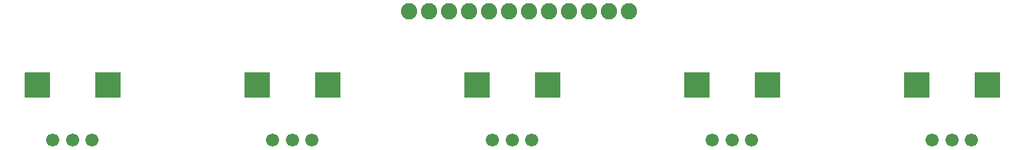
<source format=gbs>
G04 #@! TF.GenerationSoftware,KiCad,Pcbnew,6.0.5-a6ca702e91~116~ubuntu22.04.1*
G04 #@! TF.CreationDate,2022-06-23T14:32:34-07:00*
G04 #@! TF.ProjectId,slim_deej,736c696d-5f64-4656-956a-2e6b69636164,v0.0*
G04 #@! TF.SameCoordinates,Original*
G04 #@! TF.FileFunction,Soldermask,Bot*
G04 #@! TF.FilePolarity,Negative*
%FSLAX46Y46*%
G04 Gerber Fmt 4.6, Leading zero omitted, Abs format (unit mm)*
G04 Created by KiCad (PCBNEW 6.0.5-a6ca702e91~116~ubuntu22.04.1) date 2022-06-23 14:32:34*
%MOMM*%
%LPD*%
G01*
G04 APERTURE LIST*
%ADD10C,2.082800*%
%ADD11C,1.676400*%
%ADD12R,3.216000X3.216000*%
G04 APERTURE END LIST*
D10*
X164058600Y-84378800D03*
X161518600Y-84378800D03*
X158978600Y-84378800D03*
X156438600Y-84378800D03*
X153898600Y-84378800D03*
X151358600Y-84378800D03*
X148818600Y-84378800D03*
X146278600Y-84378800D03*
X143738600Y-84378800D03*
X141198600Y-84378800D03*
X138658600Y-84378800D03*
X136118600Y-84378800D03*
D11*
X179639600Y-100776800D03*
X177139600Y-100776800D03*
X174639600Y-100776800D03*
D12*
X181639600Y-93776800D03*
X172639600Y-93776800D03*
D11*
X151699600Y-100776800D03*
X149199600Y-100776800D03*
X146699600Y-100776800D03*
D12*
X153699600Y-93776800D03*
X144699600Y-93776800D03*
D11*
X95819600Y-100776800D03*
X93319600Y-100776800D03*
X90819600Y-100776800D03*
D12*
X97819600Y-93776800D03*
X88819600Y-93776800D03*
D11*
X207579600Y-100776800D03*
X205079600Y-100776800D03*
X202579600Y-100776800D03*
D12*
X209579600Y-93776800D03*
X200579600Y-93776800D03*
D11*
X123759600Y-100776800D03*
X121259600Y-100776800D03*
X118759600Y-100776800D03*
D12*
X125759600Y-93776800D03*
X116759600Y-93776800D03*
M02*

</source>
